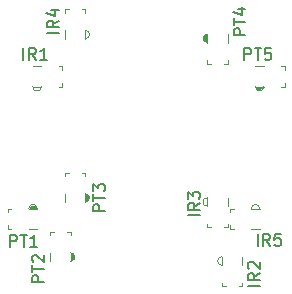
<source format=gbr>
%TF.GenerationSoftware,KiCad,Pcbnew,(6.0.7)*%
%TF.CreationDate,2022-08-28T13:45:58-07:00*%
%TF.ProjectId,cluster,636c7573-7465-4722-9e6b-696361645f70,rev?*%
%TF.SameCoordinates,Original*%
%TF.FileFunction,Legend,Top*%
%TF.FilePolarity,Positive*%
%FSLAX46Y46*%
G04 Gerber Fmt 4.6, Leading zero omitted, Abs format (unit mm)*
G04 Created by KiCad (PCBNEW (6.0.7)) date 2022-08-28 13:45:58*
%MOMM*%
%LPD*%
G01*
G04 APERTURE LIST*
%ADD10C,0.150000*%
%ADD11C,0.120000*%
%ADD12C,0.100000*%
G04 APERTURE END LIST*
D10*
%TO.C,PT3*%
X158947380Y-80919047D02*
X157947380Y-80919047D01*
X157947380Y-80538095D01*
X157995000Y-80442857D01*
X158042619Y-80395238D01*
X158137857Y-80347619D01*
X158280714Y-80347619D01*
X158375952Y-80395238D01*
X158423571Y-80442857D01*
X158471190Y-80538095D01*
X158471190Y-80919047D01*
X157947380Y-80061904D02*
X157947380Y-79490476D01*
X158947380Y-79776190D02*
X157947380Y-79776190D01*
X157947380Y-79252380D02*
X157947380Y-78633333D01*
X158328333Y-78966666D01*
X158328333Y-78823809D01*
X158375952Y-78728571D01*
X158423571Y-78680952D01*
X158518809Y-78633333D01*
X158756904Y-78633333D01*
X158852142Y-78680952D01*
X158899761Y-78728571D01*
X158947380Y-78823809D01*
X158947380Y-79109523D01*
X158899761Y-79204761D01*
X158852142Y-79252380D01*
%TO.C,IR3*%
X167002380Y-81276190D02*
X166002380Y-81276190D01*
X167002380Y-80228571D02*
X166526190Y-80561904D01*
X167002380Y-80800000D02*
X166002380Y-80800000D01*
X166002380Y-80419047D01*
X166050000Y-80323809D01*
X166097619Y-80276190D01*
X166192857Y-80228571D01*
X166335714Y-80228571D01*
X166430952Y-80276190D01*
X166478571Y-80323809D01*
X166526190Y-80419047D01*
X166526190Y-80800000D01*
X166002380Y-79895238D02*
X166002380Y-79276190D01*
X166383333Y-79609523D01*
X166383333Y-79466666D01*
X166430952Y-79371428D01*
X166478571Y-79323809D01*
X166573809Y-79276190D01*
X166811904Y-79276190D01*
X166907142Y-79323809D01*
X166954761Y-79371428D01*
X167002380Y-79466666D01*
X167002380Y-79752380D01*
X166954761Y-79847619D01*
X166907142Y-79895238D01*
%TO.C,IR4*%
X155047380Y-65831190D02*
X154047380Y-65831190D01*
X155047380Y-64783571D02*
X154571190Y-65116904D01*
X155047380Y-65355000D02*
X154047380Y-65355000D01*
X154047380Y-64974047D01*
X154095000Y-64878809D01*
X154142619Y-64831190D01*
X154237857Y-64783571D01*
X154380714Y-64783571D01*
X154475952Y-64831190D01*
X154523571Y-64878809D01*
X154571190Y-64974047D01*
X154571190Y-65355000D01*
X154380714Y-63926428D02*
X155047380Y-63926428D01*
X153999761Y-64164523D02*
X154714047Y-64402619D01*
X154714047Y-63783571D01*
%TO.C,PT4*%
X170847380Y-66014047D02*
X169847380Y-66014047D01*
X169847380Y-65633095D01*
X169895000Y-65537857D01*
X169942619Y-65490238D01*
X170037857Y-65442619D01*
X170180714Y-65442619D01*
X170275952Y-65490238D01*
X170323571Y-65537857D01*
X170371190Y-65633095D01*
X170371190Y-66014047D01*
X169847380Y-65156904D02*
X169847380Y-64585476D01*
X170847380Y-64871190D02*
X169847380Y-64871190D01*
X170180714Y-63823571D02*
X170847380Y-63823571D01*
X169799761Y-64061666D02*
X170514047Y-64299761D01*
X170514047Y-63680714D01*
%TO.C,PT2*%
X153787380Y-86924047D02*
X152787380Y-86924047D01*
X152787380Y-86543095D01*
X152835000Y-86447857D01*
X152882619Y-86400238D01*
X152977857Y-86352619D01*
X153120714Y-86352619D01*
X153215952Y-86400238D01*
X153263571Y-86447857D01*
X153311190Y-86543095D01*
X153311190Y-86924047D01*
X152787380Y-86066904D02*
X152787380Y-85495476D01*
X153787380Y-85781190D02*
X152787380Y-85781190D01*
X152882619Y-85209761D02*
X152835000Y-85162142D01*
X152787380Y-85066904D01*
X152787380Y-84828809D01*
X152835000Y-84733571D01*
X152882619Y-84685952D01*
X152977857Y-84638333D01*
X153073095Y-84638333D01*
X153215952Y-84685952D01*
X153787380Y-85257380D01*
X153787380Y-84638333D01*
%TO.C,IR2*%
X172037380Y-87221190D02*
X171037380Y-87221190D01*
X172037380Y-86173571D02*
X171561190Y-86506904D01*
X172037380Y-86745000D02*
X171037380Y-86745000D01*
X171037380Y-86364047D01*
X171085000Y-86268809D01*
X171132619Y-86221190D01*
X171227857Y-86173571D01*
X171370714Y-86173571D01*
X171465952Y-86221190D01*
X171513571Y-86268809D01*
X171561190Y-86364047D01*
X171561190Y-86745000D01*
X171132619Y-85792619D02*
X171085000Y-85745000D01*
X171037380Y-85649761D01*
X171037380Y-85411666D01*
X171085000Y-85316428D01*
X171132619Y-85268809D01*
X171227857Y-85221190D01*
X171323095Y-85221190D01*
X171465952Y-85268809D01*
X172037380Y-85840238D01*
X172037380Y-85221190D01*
%TO.C,PT5*%
X170755952Y-68117380D02*
X170755952Y-67117380D01*
X171136904Y-67117380D01*
X171232142Y-67165000D01*
X171279761Y-67212619D01*
X171327380Y-67307857D01*
X171327380Y-67450714D01*
X171279761Y-67545952D01*
X171232142Y-67593571D01*
X171136904Y-67641190D01*
X170755952Y-67641190D01*
X171613095Y-67117380D02*
X172184523Y-67117380D01*
X171898809Y-68117380D02*
X171898809Y-67117380D01*
X172994047Y-67117380D02*
X172517857Y-67117380D01*
X172470238Y-67593571D01*
X172517857Y-67545952D01*
X172613095Y-67498333D01*
X172851190Y-67498333D01*
X172946428Y-67545952D01*
X172994047Y-67593571D01*
X173041666Y-67688809D01*
X173041666Y-67926904D01*
X172994047Y-68022142D01*
X172946428Y-68069761D01*
X172851190Y-68117380D01*
X172613095Y-68117380D01*
X172517857Y-68069761D01*
X172470238Y-68022142D01*
%TO.C,PT1*%
X150930951Y-83952380D02*
X150930951Y-82952380D01*
X151311903Y-82952380D01*
X151407141Y-83000000D01*
X151454760Y-83047619D01*
X151502379Y-83142857D01*
X151502379Y-83285714D01*
X151454760Y-83380952D01*
X151407141Y-83428571D01*
X151311903Y-83476190D01*
X150930951Y-83476190D01*
X151788094Y-82952380D02*
X152359522Y-82952380D01*
X152073808Y-83952380D02*
X152073808Y-82952380D01*
X153216665Y-83952380D02*
X152645237Y-83952380D01*
X152930951Y-83952380D02*
X152930951Y-82952380D01*
X152835713Y-83095238D01*
X152740475Y-83190476D01*
X152645237Y-83238095D01*
%TO.C,IR5*%
X171873808Y-83852380D02*
X171873808Y-82852380D01*
X172921427Y-83852380D02*
X172588094Y-83376190D01*
X172349999Y-83852380D02*
X172349999Y-82852380D01*
X172730951Y-82852380D01*
X172826189Y-82900000D01*
X172873808Y-82947619D01*
X172921427Y-83042857D01*
X172921427Y-83185714D01*
X172873808Y-83280952D01*
X172826189Y-83328571D01*
X172730951Y-83376190D01*
X172349999Y-83376190D01*
X173826189Y-82852380D02*
X173349999Y-82852380D01*
X173302379Y-83328571D01*
X173349999Y-83280952D01*
X173445237Y-83233333D01*
X173683332Y-83233333D01*
X173778570Y-83280952D01*
X173826189Y-83328571D01*
X173873808Y-83423809D01*
X173873808Y-83661904D01*
X173826189Y-83757142D01*
X173778570Y-83804761D01*
X173683332Y-83852380D01*
X173445237Y-83852380D01*
X173349999Y-83804761D01*
X173302379Y-83757142D01*
%TO.C,IR1*%
X152048809Y-68117380D02*
X152048809Y-67117380D01*
X153096428Y-68117380D02*
X152763095Y-67641190D01*
X152525000Y-68117380D02*
X152525000Y-67117380D01*
X152905952Y-67117380D01*
X153001190Y-67165000D01*
X153048809Y-67212619D01*
X153096428Y-67307857D01*
X153096428Y-67450714D01*
X153048809Y-67545952D01*
X153001190Y-67593571D01*
X152905952Y-67641190D01*
X152525000Y-67641190D01*
X154048809Y-68117380D02*
X153477380Y-68117380D01*
X153763095Y-68117380D02*
X153763095Y-67117380D01*
X153667857Y-67260238D01*
X153572619Y-67355476D01*
X153477380Y-67403095D01*
D11*
%TO.C,PT3*%
X155564000Y-80165000D02*
X155564000Y-79434000D01*
X155564000Y-77975000D02*
X155564000Y-77665000D01*
X157286000Y-80165000D02*
X157286000Y-79434000D01*
X157286000Y-77975000D02*
X157286000Y-77665000D01*
X155564000Y-77665000D02*
X155870000Y-77665000D01*
X156980000Y-77665000D02*
X157286000Y-77665000D01*
X157286000Y-80165000D02*
X157286000Y-79445000D01*
G36*
X157546000Y-79675000D02*
G01*
X157546000Y-79965000D01*
X157356000Y-80085000D01*
X157346000Y-80085000D01*
X157346000Y-79515000D01*
X157546000Y-79675000D01*
G37*
D12*
X157546000Y-79675000D02*
X157546000Y-79965000D01*
X157356000Y-80085000D01*
X157346000Y-80085000D01*
X157346000Y-79515000D01*
X157546000Y-79675000D01*
D11*
X157286000Y-80165000D02*
G75*
G03*
X157286000Y-79445000I0J360000D01*
G01*
%TO.C,IR3*%
X169336000Y-79785000D02*
X169336000Y-80516000D01*
X169336000Y-81975000D02*
X169336000Y-82285000D01*
X167614000Y-79785000D02*
X167614000Y-80516000D01*
X167614000Y-81975000D02*
X167614000Y-82285000D01*
X169336000Y-82285000D02*
X169030000Y-82285000D01*
X167920000Y-82285000D02*
X167614000Y-82285000D01*
X167614000Y-79785000D02*
X167614000Y-80505000D01*
X167614000Y-79785000D02*
G75*
G03*
X167614000Y-80505000I0J-360000D01*
G01*
%TO.C,IR4*%
X155564000Y-66315000D02*
X155564000Y-65584000D01*
X155564000Y-64125000D02*
X155564000Y-63815000D01*
X157286000Y-66315000D02*
X157286000Y-65584000D01*
X157286000Y-64125000D02*
X157286000Y-63815000D01*
X155564000Y-63815000D02*
X155870000Y-63815000D01*
X156980000Y-63815000D02*
X157286000Y-63815000D01*
X157286000Y-66315000D02*
X157286000Y-65595000D01*
X157286000Y-66315000D02*
G75*
G03*
X157286000Y-65595000I0J360000D01*
G01*
%TO.C,PT4*%
X169336000Y-65935000D02*
X169336000Y-66666000D01*
X169336000Y-68125000D02*
X169336000Y-68435000D01*
X167614000Y-65935000D02*
X167614000Y-66666000D01*
X167614000Y-68125000D02*
X167614000Y-68435000D01*
X169336000Y-68435000D02*
X169030000Y-68435000D01*
X167920000Y-68435000D02*
X167614000Y-68435000D01*
X167614000Y-65935000D02*
X167614000Y-66655000D01*
G36*
X167554000Y-66585000D02*
G01*
X167354000Y-66425000D01*
X167354000Y-66135000D01*
X167544000Y-66015000D01*
X167554000Y-66015000D01*
X167554000Y-66585000D01*
G37*
D12*
X167554000Y-66585000D02*
X167354000Y-66425000D01*
X167354000Y-66135000D01*
X167544000Y-66015000D01*
X167554000Y-66015000D01*
X167554000Y-66585000D01*
D11*
X167614000Y-65935000D02*
G75*
G03*
X167614000Y-66655000I0J-360000D01*
G01*
%TO.C,PT2*%
X154314000Y-85165000D02*
X154314000Y-84434000D01*
X154314000Y-82975000D02*
X154314000Y-82665000D01*
X156036000Y-85165000D02*
X156036000Y-84434000D01*
X156036000Y-82975000D02*
X156036000Y-82665000D01*
X154314000Y-82665000D02*
X154620000Y-82665000D01*
X155730000Y-82665000D02*
X156036000Y-82665000D01*
X156036000Y-85165000D02*
X156036000Y-84445000D01*
G36*
X156296000Y-84675000D02*
G01*
X156296000Y-84965000D01*
X156106000Y-85085000D01*
X156096000Y-85085000D01*
X156096000Y-84515000D01*
X156296000Y-84675000D01*
G37*
D12*
X156296000Y-84675000D02*
X156296000Y-84965000D01*
X156106000Y-85085000D01*
X156096000Y-85085000D01*
X156096000Y-84515000D01*
X156296000Y-84675000D01*
D11*
X156036000Y-85165000D02*
G75*
G03*
X156036000Y-84445000I0J360000D01*
G01*
%TO.C,IR2*%
X170586000Y-84785000D02*
X170586000Y-85516000D01*
X170586000Y-86975000D02*
X170586000Y-87285000D01*
X168864000Y-84785000D02*
X168864000Y-85516000D01*
X168864000Y-86975000D02*
X168864000Y-87285000D01*
X170586000Y-87285000D02*
X170280000Y-87285000D01*
X169170000Y-87285000D02*
X168864000Y-87285000D01*
X168864000Y-84785000D02*
X168864000Y-85505000D01*
X168864000Y-84785000D02*
G75*
G03*
X168864000Y-85505000I0J-360000D01*
G01*
%TO.C,PT5*%
X171685000Y-68664000D02*
X172416000Y-68664000D01*
X173875000Y-68664000D02*
X174185000Y-68664000D01*
X171685000Y-70386000D02*
X172416000Y-70386000D01*
X173875000Y-70386000D02*
X174185000Y-70386000D01*
X174185000Y-68664000D02*
X174185000Y-68970000D01*
X174185000Y-70080000D02*
X174185000Y-70386000D01*
X171685000Y-70386000D02*
X172405000Y-70386000D01*
G36*
X172175000Y-70646000D02*
G01*
X171885000Y-70646000D01*
X171765000Y-70456000D01*
X171765000Y-70446000D01*
X172335000Y-70446000D01*
X172175000Y-70646000D01*
G37*
D12*
X172175000Y-70646000D02*
X171885000Y-70646000D01*
X171765000Y-70456000D01*
X171765000Y-70446000D01*
X172335000Y-70446000D01*
X172175000Y-70646000D01*
D11*
X171685000Y-70386000D02*
G75*
G03*
X172405000Y-70386000I360000J0D01*
G01*
%TO.C,PT1*%
X153215000Y-82436000D02*
X152484000Y-82436000D01*
X151025000Y-82436000D02*
X150715000Y-82436000D01*
X153215000Y-80714000D02*
X152484000Y-80714000D01*
X151025000Y-80714000D02*
X150715000Y-80714000D01*
X150715000Y-82436000D02*
X150715000Y-82130000D01*
X150715000Y-81020000D02*
X150715000Y-80714000D01*
X153215000Y-80714000D02*
X152495000Y-80714000D01*
G36*
X153135000Y-80644000D02*
G01*
X153135000Y-80654000D01*
X152565000Y-80654000D01*
X152725000Y-80454000D01*
X153015000Y-80454000D01*
X153135000Y-80644000D01*
G37*
D12*
X153135000Y-80644000D02*
X153135000Y-80654000D01*
X152565000Y-80654000D01*
X152725000Y-80454000D01*
X153015000Y-80454000D01*
X153135000Y-80644000D01*
D11*
X153215000Y-80714000D02*
G75*
G03*
X152495000Y-80714000I-360000J0D01*
G01*
%TO.C,IR5*%
X172065000Y-82436000D02*
X171334000Y-82436000D01*
X169875000Y-82436000D02*
X169565000Y-82436000D01*
X172065000Y-80714000D02*
X171334000Y-80714000D01*
X169875000Y-80714000D02*
X169565000Y-80714000D01*
X169565000Y-82436000D02*
X169565000Y-82130000D01*
X169565000Y-81020000D02*
X169565000Y-80714000D01*
X172065000Y-80714000D02*
X171345000Y-80714000D01*
X172065000Y-80714000D02*
G75*
G03*
X171345000Y-80714000I-360000J0D01*
G01*
%TO.C,IR1*%
X152835000Y-68664000D02*
X153566000Y-68664000D01*
X155025000Y-68664000D02*
X155335000Y-68664000D01*
X152835000Y-70386000D02*
X153566000Y-70386000D01*
X155025000Y-70386000D02*
X155335000Y-70386000D01*
X155335000Y-68664000D02*
X155335000Y-68970000D01*
X155335000Y-70080000D02*
X155335000Y-70386000D01*
X152835000Y-70386000D02*
X153555000Y-70386000D01*
X152835000Y-70386000D02*
G75*
G03*
X153555000Y-70386000I360000J0D01*
G01*
%TD*%
M02*

</source>
